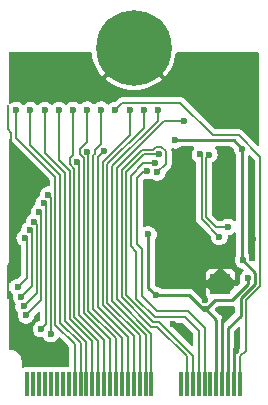
<source format=gbl>
%TF.GenerationSoftware,KiCad,Pcbnew,6.0.11-3.fc37*%
%TF.CreationDate,2023-03-29T00:48:19+01:00*%
%TF.ProjectId,nRF,6e52462e-6b69-4636-9164-5f7063625858,1*%
%TF.SameCoordinates,Original*%
%TF.FileFunction,Copper,L2,Bot*%
%TF.FilePolarity,Positive*%
%FSLAX46Y46*%
G04 Gerber Fmt 4.6, Leading zero omitted, Abs format (unit mm)*
G04 Created by KiCad (PCBNEW 6.0.11-3.fc37) date 2023-03-29 00:48:19*
%MOMM*%
%LPD*%
G01*
G04 APERTURE LIST*
%TA.AperFunction,ComponentPad*%
%ADD10C,0.800000*%
%TD*%
%TA.AperFunction,ComponentPad*%
%ADD11C,6.400000*%
%TD*%
%TA.AperFunction,SMDPad,CuDef*%
%ADD12R,0.350000X2.000000*%
%TD*%
%TA.AperFunction,ComponentPad*%
%ADD13C,0.500000*%
%TD*%
%TA.AperFunction,SMDPad,CuDef*%
%ADD14R,1.680000X1.680000*%
%TD*%
%TA.AperFunction,ViaPad*%
%ADD15C,0.600000*%
%TD*%
%TA.AperFunction,Conductor*%
%ADD16C,0.250000*%
%TD*%
%TA.AperFunction,Conductor*%
%ADD17C,0.200000*%
%TD*%
G04 APERTURE END LIST*
D10*
%TO.P,H1,1,1*%
%TO.N,GND*%
X33077944Y-20722056D03*
X37175000Y-19025000D03*
X34775000Y-16625000D03*
X33077944Y-17327944D03*
X32375000Y-19025000D03*
X36472056Y-17327944D03*
D11*
X34775000Y-19025000D03*
D10*
X36472056Y-20722056D03*
X34775000Y-21425000D03*
%TD*%
D12*
%TO.P,M1,2,RESET1*%
%TO.N,reset*%
X43775000Y-47475000D03*
%TO.P,M1,4,RESET2*%
%TO.N,GND*%
X43275000Y-47475000D03*
%TO.P,M1,6,VIN*%
%TO.N,+5V*%
X42775000Y-47475000D03*
%TO.P,M1,8,GND*%
%TO.N,GND*%
X42275000Y-47475000D03*
%TO.P,M1,10,VOUT*%
%TO.N,vddh*%
X41775000Y-47475000D03*
%TO.P,M1,12,NC*%
%TO.N,unconnected-(M1-Pad12)*%
X41275000Y-47475000D03*
%TO.P,M1,14,D+*%
%TO.N,USB-D+*%
X40775000Y-47475000D03*
%TO.P,M1,16,D-*%
%TO.N,USB-D-*%
X40275000Y-47475000D03*
%TO.P,M1,18,DEBUG1*%
%TO.N,swdio*%
X39775000Y-47475000D03*
%TO.P,M1,20,DEBUG2*%
%TO.N,swdclk*%
X39275000Y-47475000D03*
%TO.P,M1,22,DEBUG3*%
%TO.N,unconnected-(M1-Pad22)*%
X38775000Y-47475000D03*
%TO.P,M1,32,P0*%
%TO.N,P17*%
X36275000Y-47475000D03*
%TO.P,M1,34,P1*%
%TO.N,P18*%
X35775000Y-47475000D03*
%TO.P,M1,36,P2*%
%TO.N,P19*%
X35275000Y-47475000D03*
%TO.P,M1,38,P3*%
%TO.N,P20*%
X34775000Y-47475000D03*
%TO.P,M1,40,P4*%
%TO.N,P37*%
X34275000Y-47475000D03*
%TO.P,M1,42,P5*%
%TO.N,P21*%
X33775000Y-47475000D03*
%TO.P,M1,44,P6*%
%TO.N,P38*%
X33275000Y-47475000D03*
%TO.P,M1,46,P7*%
%TO.N,P22*%
X32775000Y-47475000D03*
%TO.P,M1,48,P8*%
%TO.N,P39*%
X32275000Y-47475000D03*
%TO.P,M1,50,P9*%
%TO.N,P23*%
X31775000Y-47475000D03*
%TO.P,M1,52,P10*%
%TO.N,P24*%
X31275000Y-47475000D03*
%TO.P,M1,54,P11*%
%TO.N,P25*%
X30775000Y-47475000D03*
%TO.P,M1,56,P12*%
%TO.N,P26*%
X30275000Y-47475000D03*
%TO.P,M1,58,P13*%
%TO.N,P27*%
X29775000Y-47475000D03*
%TO.P,M1,60,NC*%
%TO.N,unconnected-(M1-Pad60)*%
X29275000Y-47475000D03*
%TO.P,M1,62,NC*%
%TO.N,unconnected-(M1-Pad62)*%
X28775000Y-47475000D03*
%TO.P,M1,64,NC*%
%TO.N,unconnected-(M1-Pad64)*%
X28275000Y-47475000D03*
%TO.P,M1,66,NC*%
%TO.N,unconnected-(M1-Pad66)*%
X27775000Y-47475000D03*
%TO.P,M1,68,NC*%
%TO.N,unconnected-(M1-Pad68)*%
X27275000Y-47475000D03*
%TO.P,M1,70,NC*%
%TO.N,unconnected-(M1-Pad70)*%
X26775000Y-47475000D03*
%TO.P,M1,72,NC*%
%TO.N,unconnected-(M1-Pad72)*%
X26275000Y-47475000D03*
%TO.P,M1,74,NC*%
%TO.N,unconnected-(M1-Pad74)*%
X25775000Y-47475000D03*
%TD*%
D13*
%TO.P,U2,17,TH*%
%TO.N,GND*%
X42705000Y-38435000D03*
X42705000Y-39615000D03*
X41525000Y-39615000D03*
D14*
X42115000Y-39025000D03*
D13*
X41525000Y-38435000D03*
%TD*%
D15*
%TO.N,+5V*%
X38250000Y-26875000D03*
X43950000Y-27600000D03*
X44025000Y-37050000D03*
%TO.N,vddh*%
X36025000Y-34850000D03*
X40857164Y-41180313D03*
X44455000Y-38565000D03*
X36625000Y-39975000D03*
%TO.N,GND*%
X30300000Y-23125000D03*
X44798776Y-36848818D03*
X24295000Y-40065000D03*
X44475000Y-25025000D03*
X24525000Y-27655000D03*
X38075000Y-42454500D03*
X37675000Y-30985000D03*
X40425000Y-34675000D03*
X44745000Y-29455000D03*
X42225000Y-19950000D03*
X40785051Y-40369248D03*
X39500000Y-43700000D03*
X40200000Y-23975000D03*
X44865000Y-35195000D03*
X37650000Y-35350000D03*
X42645000Y-31475000D03*
X43130980Y-41183061D03*
X43406089Y-44706089D03*
%TO.N,reset*%
X33225000Y-24325000D03*
%TO.N,USB-D+*%
X35926801Y-29463199D03*
%TO.N,USB-D-*%
X36563199Y-28826801D03*
%TO.N,swdio*%
X36875500Y-28061659D03*
%TO.N,swdclk*%
X36775000Y-29605000D03*
%TO.N,TMR*%
X42745498Y-34205000D03*
X41174430Y-28085803D03*
%TO.N,ITERM*%
X42035000Y-35045000D03*
X40375000Y-28075000D03*
%TO.N,P17*%
X39075000Y-25275000D03*
%TO.N,P18*%
X36825000Y-24325000D03*
%TO.N,P19*%
X35625000Y-24325000D03*
%TO.N,P20*%
X34450000Y-24325000D03*
%TO.N,P21*%
X32025000Y-24275000D03*
%TO.N,P22*%
X30825000Y-24275000D03*
%TO.N,P23*%
X29625000Y-24300000D03*
%TO.N,P24*%
X28425000Y-24325000D03*
%TO.N,P25*%
X27225000Y-24325000D03*
%TO.N,P26*%
X26025000Y-24325000D03*
%TO.N,P27*%
X24825000Y-24325000D03*
%TO.N,P28*%
X25552622Y-35162186D03*
X24951089Y-39298911D03*
%TO.N,P29*%
X25952142Y-34461205D03*
X25232721Y-40145549D03*
%TO.N,P30*%
X26351673Y-33760144D03*
X25452694Y-40930528D03*
%TO.N,P31*%
X26751193Y-32960648D03*
X25658514Y-41703084D03*
%TO.N,P37*%
X32289521Y-27764521D03*
%TO.N,P38*%
X30833549Y-27831834D03*
%TO.N,P39*%
X29947336Y-28677965D03*
%TO.N,P42*%
X27550221Y-31475000D03*
X27750000Y-43270660D03*
%TO.N,P43*%
X27150701Y-32217093D03*
X26926252Y-42871139D03*
%TD*%
D16*
%TO.N,+5V*%
X45079511Y-39025229D02*
X45079511Y-38104511D01*
X43950000Y-36975000D02*
X44025000Y-37050000D01*
X43835000Y-40269740D02*
X45079511Y-39025229D01*
X43950000Y-27600000D02*
X43225000Y-26875000D01*
X43225000Y-26875000D02*
X38250000Y-26875000D01*
X43835000Y-41715000D02*
X43835000Y-40269740D01*
X45079511Y-38104511D02*
X44025000Y-37050000D01*
X43950000Y-27600000D02*
X43950000Y-36975000D01*
X42775000Y-47475000D02*
X42775000Y-42775000D01*
X42775000Y-42775000D02*
X43835000Y-41715000D01*
%TO.N,vddh*%
X36625000Y-39975000D02*
X36025000Y-39375000D01*
X41637477Y-40400000D02*
X40857164Y-41180313D01*
X39475000Y-39975000D02*
X40680313Y-41180313D01*
X40680313Y-41180313D02*
X40857164Y-41180313D01*
X36625000Y-39975000D02*
X39475000Y-39975000D01*
X41775000Y-47475000D02*
X41775000Y-42098149D01*
X41775000Y-42098149D02*
X40857164Y-41180313D01*
X44455000Y-39014022D02*
X43069022Y-40400000D01*
X44455000Y-38565000D02*
X44455000Y-39014022D01*
X43069022Y-40400000D02*
X41637477Y-40400000D01*
X36025000Y-39375000D02*
X36025000Y-34850000D01*
D17*
%TO.N,GND*%
X24295000Y-40065000D02*
X24125489Y-39895489D01*
X24125489Y-37474511D02*
X24345000Y-37255000D01*
X24425480Y-27555480D02*
X24525000Y-27655000D01*
D16*
X38254500Y-42454500D02*
X38075000Y-42454500D01*
D17*
X24125489Y-39895489D02*
X24125489Y-37474511D01*
D16*
X42275000Y-47475000D02*
X42275000Y-42039041D01*
D17*
X24425480Y-26250480D02*
X24425480Y-27555480D01*
D16*
X43275000Y-47475000D02*
X43275000Y-44765000D01*
D17*
X24125000Y-25950000D02*
X24425480Y-26250480D01*
D16*
X42275000Y-42039041D02*
X43130980Y-41183061D01*
X39500000Y-43700000D02*
X38254500Y-42454500D01*
D17*
X24125000Y-23855000D02*
X24125000Y-25950000D01*
%TO.N,reset*%
X44265000Y-44695000D02*
X44265000Y-40440102D01*
X41460480Y-26450480D02*
X43648318Y-26450480D01*
X44265000Y-40440102D02*
X45505000Y-39200102D01*
X43775000Y-45185000D02*
X44265000Y-44695000D01*
X43775000Y-47475000D02*
X43775000Y-45185000D01*
X38735489Y-23725489D02*
X41460480Y-26450480D01*
X33824511Y-23725489D02*
X38735489Y-23725489D01*
X33225000Y-24325000D02*
X33824511Y-23725489D01*
X43648318Y-26450480D02*
X45505000Y-28307162D01*
X45505000Y-28307162D02*
X45505000Y-39200102D01*
%TO.N,USB-D+*%
X35042031Y-35643689D02*
X35042031Y-30068898D01*
X35042031Y-30068898D02*
X35647730Y-29463199D01*
X40775000Y-42781446D02*
X39348554Y-41355000D01*
X40775000Y-47475000D02*
X40775000Y-42781446D01*
X36772156Y-41354974D02*
X35495989Y-40078807D01*
X39348554Y-41355000D02*
X36772156Y-41355000D01*
X35495989Y-40078807D02*
X35495989Y-36097647D01*
X35647730Y-29463199D02*
X35926801Y-29463199D01*
X36772156Y-41355000D02*
X36772156Y-41354974D01*
X35495989Y-36097647D02*
X35042031Y-35643689D01*
%TO.N,USB-D-*%
X34995989Y-36304755D02*
X34542031Y-35850797D01*
X34542031Y-35850797D02*
X34542031Y-29861790D01*
X34542031Y-29861790D02*
X35577020Y-28826801D01*
X40275000Y-42988554D02*
X39141446Y-41855000D01*
X40275000Y-47475000D02*
X40275000Y-42988554D01*
X35577020Y-28826801D02*
X36563199Y-28826801D01*
X36565074Y-41855000D02*
X34995989Y-40285915D01*
X39141446Y-41855000D02*
X36565074Y-41855000D01*
X34995989Y-40285915D02*
X34995989Y-36304755D01*
%TO.N,swdio*%
X39775000Y-47475000D02*
X39775000Y-45115000D01*
X36914519Y-42254519D02*
X36394795Y-42254519D01*
X35665235Y-28061659D02*
X36875500Y-28061659D01*
X36394795Y-42254519D02*
X34142512Y-40002236D01*
X39775000Y-45115000D02*
X36914519Y-42254519D01*
X34142511Y-40002236D02*
X34142512Y-29584383D01*
X34142511Y-29584383D02*
X35665235Y-28061659D01*
%TO.N,swdclk*%
X35499749Y-27662139D02*
X36427182Y-27662139D01*
X37475000Y-28905000D02*
X36775000Y-29605000D01*
X37123827Y-27462148D02*
X37475000Y-27813321D01*
X36427182Y-27662139D02*
X36627173Y-27462148D01*
X33742992Y-29418896D02*
X35499749Y-27662139D01*
X36749032Y-42654038D02*
X36229309Y-42654039D01*
X33742992Y-40167722D02*
X33742992Y-29418896D01*
X36627173Y-27462148D02*
X37123827Y-27462148D01*
X37475000Y-27813321D02*
X37475000Y-28905000D01*
X39275000Y-46475000D02*
X39275000Y-45180006D01*
X36229309Y-42654039D02*
X33742992Y-40167722D01*
X39275000Y-45180006D02*
X36749032Y-42654038D01*
%TO.N,TMR*%
X41760006Y-34205000D02*
X40914520Y-33359514D01*
X42745498Y-34205000D02*
X41760006Y-34205000D01*
X40914520Y-33359514D02*
X40914520Y-28345713D01*
X40914520Y-28345713D02*
X41174430Y-28085803D01*
%TO.N,ITERM*%
X40515000Y-33525000D02*
X40515000Y-28215000D01*
X42035000Y-35045000D02*
X40515000Y-33525000D01*
X40515000Y-28215000D02*
X40375000Y-28075000D01*
%TO.N,P17*%
X33343472Y-29253410D02*
X37321882Y-25275000D01*
X36275000Y-43264736D02*
X33343472Y-40333208D01*
X36275000Y-46475000D02*
X36275000Y-43264736D01*
X37321882Y-25275000D02*
X39075000Y-25275000D01*
X33343472Y-40333208D02*
X33343472Y-29253410D01*
%TO.N,P18*%
X35775000Y-43329742D02*
X35775000Y-46475000D01*
X32943952Y-40498694D02*
X35775000Y-43329742D01*
X36825000Y-25206876D02*
X32943952Y-29087924D01*
X36825000Y-24325000D02*
X36825000Y-25206876D01*
X32943952Y-29087924D02*
X32943953Y-40498694D01*
%TO.N,P19*%
X35625000Y-24325000D02*
X35625000Y-25841870D01*
X32544432Y-40664180D02*
X35275000Y-43394748D01*
X32544432Y-28922439D02*
X32544433Y-40664180D01*
X35275000Y-43394748D02*
X35275000Y-46475000D01*
X35625000Y-25841870D02*
X32544432Y-28922439D01*
%TO.N,P20*%
X34775000Y-46475000D02*
X34775000Y-43459754D01*
X34775000Y-43459754D02*
X32144914Y-40829668D01*
X34450000Y-26451864D02*
X34450000Y-24325000D01*
X32144914Y-28756950D02*
X34450000Y-26451864D01*
X32144914Y-40829668D02*
X32144914Y-28756950D01*
%TO.N,P21*%
X31345876Y-28143160D02*
X31345876Y-41160642D01*
X31465010Y-28024026D02*
X31345876Y-28143160D01*
X32025000Y-27175000D02*
X32028102Y-27178102D01*
X33775000Y-43589766D02*
X33775000Y-46475000D01*
X32028102Y-27178102D02*
X31465010Y-27741194D01*
X31345876Y-41160642D02*
X33775000Y-43589766D01*
X32025000Y-24275000D02*
X32025000Y-27175000D01*
X31465010Y-27741194D02*
X31465010Y-28024026D01*
%TO.N,P22*%
X30546836Y-28392959D02*
X30546836Y-41491614D01*
X30234038Y-28080161D02*
X30546836Y-28392959D01*
X30825000Y-24275000D02*
X30825000Y-26992545D01*
X30234038Y-27583507D02*
X30234038Y-28080161D01*
X32775000Y-43719778D02*
X32775000Y-46475000D01*
X30825000Y-26992545D02*
X30234038Y-27583507D01*
X30546836Y-41491614D02*
X32775000Y-43719778D01*
%TO.N,P23*%
X29625000Y-28125000D02*
X29347825Y-28402175D01*
X29747799Y-41822589D02*
X31775000Y-43849790D01*
X31775000Y-43849790D02*
X31775000Y-46475000D01*
X29625000Y-24300000D02*
X29625000Y-28125000D01*
X29347825Y-28402175D02*
X29347825Y-28926292D01*
X29747799Y-29326266D02*
X29747799Y-41822589D01*
X29347825Y-28926292D02*
X29747799Y-29326266D01*
%TO.N,P24*%
X31275000Y-43914796D02*
X31275000Y-46475000D01*
X28425000Y-28568473D02*
X29348279Y-29491752D01*
X28425000Y-24325000D02*
X28425000Y-28568473D01*
X29348279Y-29491752D02*
X29348279Y-41988075D01*
X29348279Y-41988075D02*
X31275000Y-43914796D01*
%TO.N,P25*%
X27225000Y-24325000D02*
X27225000Y-27933478D01*
X27225000Y-27933478D02*
X28948760Y-29657239D01*
X30775000Y-43979802D02*
X28948760Y-42153562D01*
X30775000Y-46475000D02*
X30775000Y-43979802D01*
X28948760Y-42153562D02*
X28948760Y-29657239D01*
%TO.N,P26*%
X26025000Y-27298484D02*
X26025000Y-24325000D01*
X30275000Y-46475000D02*
X30275000Y-44044808D01*
X28549241Y-29822725D02*
X26025000Y-27298484D01*
X30275000Y-44044808D02*
X28549240Y-42319048D01*
X28549240Y-42319048D02*
X28549241Y-29822725D01*
%TO.N,P27*%
X28149721Y-42484535D02*
X28149721Y-29988211D01*
X29775000Y-46475000D02*
X29775000Y-44109814D01*
X28149721Y-29988211D02*
X24825000Y-26663490D01*
X29775000Y-44109814D02*
X28149721Y-42484535D01*
X24825000Y-26663490D02*
X24825000Y-24325000D01*
%TO.N,P28*%
X25752602Y-38497398D02*
X25752602Y-35362166D01*
X25752602Y-35362166D02*
X25552622Y-35162186D01*
X24951089Y-39298911D02*
X25752602Y-38497398D01*
%TO.N,P29*%
X26152122Y-39226148D02*
X26152122Y-34661185D01*
X26152122Y-34661185D02*
X25952142Y-34461205D01*
X25232721Y-40145549D02*
X26152122Y-39226148D01*
%TO.N,P30*%
X26551642Y-39831580D02*
X26551642Y-33960113D01*
X26551642Y-33960113D02*
X26351673Y-33760144D01*
X25452694Y-40930528D02*
X26551642Y-39831580D01*
%TO.N,P31*%
X25658514Y-41703084D02*
X26951162Y-40410436D01*
X26951162Y-39199853D02*
X26951173Y-39199842D01*
X26951162Y-40410436D02*
X26951162Y-39199853D01*
X26951173Y-33160628D02*
X26751193Y-32960648D01*
X26951173Y-39199842D02*
X26951173Y-33160628D01*
%TO.N,P37*%
X31745394Y-40995154D02*
X34275000Y-43524760D01*
X34275000Y-43524760D02*
X34275000Y-46475000D01*
X32289521Y-27764521D02*
X31745394Y-28308648D01*
X31745394Y-28308648D02*
X31745394Y-40995154D01*
%TO.N,P38*%
X30946356Y-41326128D02*
X33275000Y-43654772D01*
X30833549Y-27831834D02*
X30946356Y-27944641D01*
X30946356Y-27944641D02*
X30946356Y-41326128D01*
X33275000Y-43654772D02*
X33275000Y-46475000D01*
%TO.N,P39*%
X30147319Y-41657103D02*
X32275000Y-43784784D01*
X30147318Y-28877947D02*
X30147319Y-41657103D01*
X29947336Y-28677965D02*
X30147318Y-28877947D01*
X32275000Y-43784784D02*
X32275000Y-46475000D01*
%TO.N,P42*%
X27750000Y-42612397D02*
X27750201Y-42612196D01*
X27750000Y-43270660D02*
X27750000Y-42612397D01*
X27750201Y-42612196D02*
X27750201Y-31674980D01*
X27750201Y-31674980D02*
X27550221Y-31475000D01*
%TO.N,P43*%
X26926252Y-42871139D02*
X27350693Y-42446698D01*
X27350693Y-32417085D02*
X27150701Y-32217093D01*
X27350693Y-42446698D02*
X27350693Y-32417085D01*
%TD*%
%TA.AperFunction,Conductor*%
%TO.N,GND*%
G36*
X24356671Y-39670335D02*
G01*
X24416919Y-39759994D01*
X24524724Y-39858089D01*
X24555038Y-39911235D01*
X24551092Y-39958259D01*
X24552897Y-39958722D01*
X24551413Y-39964502D01*
X24549245Y-39970062D01*
X24548466Y-39975977D01*
X24548466Y-39975978D01*
X24547614Y-39982449D01*
X24527115Y-40138160D01*
X24527770Y-40144093D01*
X24527770Y-40144097D01*
X24544430Y-40295001D01*
X24545720Y-40306684D01*
X24603987Y-40465905D01*
X24607312Y-40470854D01*
X24607313Y-40470855D01*
X24613154Y-40479547D01*
X24698551Y-40606632D01*
X24702966Y-40610649D01*
X24743239Y-40647295D01*
X24773554Y-40700442D01*
X24772501Y-40745137D01*
X24771386Y-40749482D01*
X24769218Y-40755041D01*
X24747088Y-40923139D01*
X24747743Y-40929072D01*
X24747743Y-40929076D01*
X24765038Y-41085732D01*
X24765693Y-41091663D01*
X24823960Y-41250884D01*
X24918524Y-41391611D01*
X24949155Y-41419484D01*
X24979469Y-41472629D01*
X24978416Y-41517326D01*
X24977207Y-41522033D01*
X24975038Y-41527597D01*
X24974259Y-41533514D01*
X24974258Y-41533518D01*
X24963973Y-41611646D01*
X24952908Y-41695695D01*
X24953563Y-41701628D01*
X24953563Y-41701632D01*
X24965609Y-41810742D01*
X24971513Y-41864219D01*
X25029780Y-42023440D01*
X25033105Y-42028389D01*
X25033106Y-42028390D01*
X25075120Y-42090913D01*
X25124344Y-42164167D01*
X25249747Y-42278275D01*
X25398749Y-42359176D01*
X25433703Y-42368346D01*
X25556978Y-42400687D01*
X25556982Y-42400688D01*
X25562747Y-42402200D01*
X25568708Y-42402294D01*
X25568711Y-42402294D01*
X25647510Y-42403531D01*
X25732274Y-42404863D01*
X25738089Y-42403531D01*
X25738091Y-42403531D01*
X25891720Y-42368346D01*
X25891723Y-42368345D01*
X25897543Y-42367012D01*
X25913124Y-42359176D01*
X26043679Y-42293513D01*
X26049012Y-42290831D01*
X26053549Y-42286956D01*
X26053552Y-42286954D01*
X26173402Y-42184592D01*
X26173405Y-42184589D01*
X26177937Y-42180718D01*
X26185498Y-42170196D01*
X26273391Y-42047880D01*
X26273392Y-42047878D01*
X26276875Y-42043031D01*
X26291431Y-42006824D01*
X26337891Y-41891251D01*
X26337892Y-41891249D01*
X26340115Y-41885718D01*
X26341010Y-41879429D01*
X26361417Y-41736042D01*
X26389425Y-41679987D01*
X26681189Y-41388223D01*
X26735706Y-41360446D01*
X26796138Y-41370017D01*
X26839403Y-41413282D01*
X26850193Y-41458227D01*
X26850193Y-42090913D01*
X26831286Y-42149104D01*
X26781786Y-42185068D01*
X26774305Y-42187177D01*
X26686094Y-42208355D01*
X26686086Y-42208358D01*
X26680284Y-42209751D01*
X26604953Y-42248632D01*
X26534927Y-42284775D01*
X26534925Y-42284777D01*
X26529621Y-42287514D01*
X26401856Y-42398970D01*
X26398425Y-42403852D01*
X26398424Y-42403853D01*
X26307796Y-42532804D01*
X26304365Y-42537686D01*
X26242776Y-42695652D01*
X26220646Y-42863750D01*
X26221301Y-42869683D01*
X26221301Y-42869687D01*
X26238596Y-43026343D01*
X26239251Y-43032274D01*
X26297518Y-43191495D01*
X26300843Y-43196444D01*
X26300844Y-43196445D01*
X26343390Y-43259761D01*
X26392082Y-43332222D01*
X26517485Y-43446330D01*
X26666487Y-43527231D01*
X26689137Y-43533173D01*
X26824716Y-43568742D01*
X26824720Y-43568743D01*
X26830485Y-43570255D01*
X26836446Y-43570349D01*
X26836449Y-43570349D01*
X26915217Y-43571586D01*
X27000012Y-43572918D01*
X27028231Y-43566455D01*
X27089173Y-43571894D01*
X27132503Y-43607739D01*
X27137689Y-43615456D01*
X27215830Y-43731743D01*
X27341233Y-43845851D01*
X27490235Y-43926752D01*
X27525189Y-43935922D01*
X27648464Y-43968263D01*
X27648468Y-43968264D01*
X27654233Y-43969776D01*
X27660194Y-43969870D01*
X27660197Y-43969870D01*
X27738965Y-43971107D01*
X27823760Y-43972439D01*
X27829575Y-43971107D01*
X27829577Y-43971107D01*
X27983206Y-43935922D01*
X27983209Y-43935921D01*
X27989029Y-43934588D01*
X28004610Y-43926752D01*
X28135165Y-43861089D01*
X28140498Y-43858407D01*
X28145035Y-43854532D01*
X28145038Y-43854530D01*
X28264888Y-43752168D01*
X28264891Y-43752165D01*
X28269423Y-43748294D01*
X28284875Y-43726790D01*
X28364877Y-43615456D01*
X28364878Y-43615454D01*
X28368361Y-43610607D01*
X28370587Y-43605069D01*
X28373463Y-43599838D01*
X28375143Y-43600762D01*
X28408953Y-43560328D01*
X28468296Y-43545424D01*
X28525065Y-43568248D01*
X28531563Y-43574191D01*
X29245504Y-44288132D01*
X29273281Y-44342649D01*
X29274500Y-44358136D01*
X29274500Y-45975501D01*
X29255593Y-46033692D01*
X29206093Y-46069656D01*
X29175500Y-46074501D01*
X29068482Y-46074501D01*
X29059918Y-46075857D01*
X29040488Y-46078934D01*
X29009517Y-46078934D01*
X28985368Y-46075109D01*
X28985360Y-46075108D01*
X28981519Y-46074500D01*
X28775027Y-46074500D01*
X28568482Y-46074501D01*
X28559918Y-46075857D01*
X28540488Y-46078934D01*
X28509517Y-46078934D01*
X28485368Y-46075109D01*
X28485360Y-46075108D01*
X28481519Y-46074500D01*
X28275027Y-46074500D01*
X28068482Y-46074501D01*
X28059918Y-46075857D01*
X28040488Y-46078934D01*
X28009517Y-46078934D01*
X27985368Y-46075109D01*
X27985360Y-46075108D01*
X27981519Y-46074500D01*
X27775027Y-46074500D01*
X27568482Y-46074501D01*
X27559918Y-46075857D01*
X27540488Y-46078934D01*
X27509517Y-46078934D01*
X27485368Y-46075109D01*
X27485360Y-46075108D01*
X27481519Y-46074500D01*
X27275027Y-46074500D01*
X27068482Y-46074501D01*
X27059918Y-46075857D01*
X27040488Y-46078934D01*
X27009517Y-46078934D01*
X26985368Y-46075109D01*
X26985360Y-46075108D01*
X26981519Y-46074500D01*
X26775027Y-46074500D01*
X26568482Y-46074501D01*
X26559918Y-46075857D01*
X26540488Y-46078934D01*
X26509517Y-46078934D01*
X26485368Y-46075109D01*
X26485360Y-46075108D01*
X26481519Y-46074500D01*
X26275027Y-46074500D01*
X26068482Y-46074501D01*
X26059918Y-46075857D01*
X26040488Y-46078934D01*
X26009517Y-46078934D01*
X25985368Y-46075109D01*
X25985360Y-46075108D01*
X25981519Y-46074500D01*
X25775027Y-46074500D01*
X25568482Y-46074501D01*
X25564639Y-46075110D01*
X25564634Y-46075110D01*
X25527783Y-46080947D01*
X25474696Y-46089354D01*
X25419445Y-46117506D01*
X25359013Y-46127077D01*
X25304497Y-46099300D01*
X25276719Y-46044783D01*
X25275500Y-46029296D01*
X25275500Y-45564309D01*
X25276719Y-45548822D01*
X25279273Y-45532695D01*
X25280492Y-45525000D01*
X25279274Y-45517308D01*
X25279274Y-45517303D01*
X25279268Y-45517267D01*
X25278526Y-45511485D01*
X25270336Y-45428328D01*
X25262470Y-45348471D01*
X25260042Y-45340467D01*
X25212392Y-45183382D01*
X25212390Y-45183376D01*
X25210979Y-45178726D01*
X25127361Y-45022288D01*
X25123745Y-45017881D01*
X25017920Y-44888933D01*
X25014831Y-44885169D01*
X24912134Y-44800888D01*
X24881469Y-44775722D01*
X24881467Y-44775721D01*
X24877712Y-44772639D01*
X24784500Y-44722816D01*
X24725566Y-44691315D01*
X24725565Y-44691315D01*
X24721274Y-44689021D01*
X24716624Y-44687610D01*
X24716618Y-44687608D01*
X24556185Y-44638942D01*
X24556181Y-44638941D01*
X24551529Y-44637530D01*
X24388509Y-44621473D01*
X24382733Y-44620732D01*
X24382697Y-44620726D01*
X24382692Y-44620726D01*
X24375000Y-44619508D01*
X24351178Y-44623281D01*
X24335691Y-44624500D01*
X24274500Y-44624500D01*
X24216309Y-44605593D01*
X24180345Y-44556093D01*
X24175500Y-44525500D01*
X24175500Y-39725552D01*
X24194407Y-39667361D01*
X24243907Y-39631397D01*
X24305093Y-39631397D01*
X24356671Y-39670335D01*
G37*
%TD.AperFunction*%
%TA.AperFunction,Conductor*%
G36*
X43710445Y-42679467D02*
G01*
X43753710Y-42722732D01*
X43764500Y-42767677D01*
X43764500Y-44446678D01*
X43745593Y-44504869D01*
X43735504Y-44516682D01*
X43469504Y-44782682D01*
X43414987Y-44810459D01*
X43354555Y-44800888D01*
X43311290Y-44757623D01*
X43300500Y-44712678D01*
X43300500Y-43033676D01*
X43319407Y-42975485D01*
X43329497Y-42963672D01*
X43595497Y-42697673D01*
X43650013Y-42669896D01*
X43710445Y-42679467D01*
G37*
%TD.AperFunction*%
%TA.AperFunction,Conductor*%
G36*
X38951315Y-42374407D02*
G01*
X38963128Y-42384496D01*
X39745504Y-43166872D01*
X39773281Y-43221389D01*
X39774500Y-43236876D01*
X39774500Y-44167678D01*
X39755593Y-44225869D01*
X39706093Y-44261833D01*
X39644907Y-44261833D01*
X39605496Y-44237682D01*
X37892318Y-42524504D01*
X37864541Y-42469987D01*
X37874112Y-42409555D01*
X37917377Y-42366290D01*
X37962322Y-42355500D01*
X38893124Y-42355500D01*
X38951315Y-42374407D01*
G37*
%TD.AperFunction*%
%TA.AperFunction,Conductor*%
G36*
X43257281Y-40923735D02*
G01*
X43299631Y-40967895D01*
X43309500Y-41010985D01*
X43309500Y-41456323D01*
X43290593Y-41514514D01*
X43280504Y-41526327D01*
X42469504Y-42337327D01*
X42414987Y-42365104D01*
X42354555Y-42355533D01*
X42311290Y-42312268D01*
X42300500Y-42267323D01*
X42300500Y-42112026D01*
X42300587Y-42107880D01*
X42302804Y-42054978D01*
X42303087Y-42048230D01*
X42293373Y-42006811D01*
X42291675Y-41997653D01*
X42286817Y-41962188D01*
X42286817Y-41962187D01*
X42285901Y-41955503D01*
X42279444Y-41940582D01*
X42273921Y-41923884D01*
X42270209Y-41908056D01*
X42249713Y-41870774D01*
X42245618Y-41862415D01*
X42231402Y-41829562D01*
X42231399Y-41829558D01*
X42228720Y-41823366D01*
X42224473Y-41818122D01*
X42224471Y-41818118D01*
X42218497Y-41810742D01*
X42208676Y-41796127D01*
X42203348Y-41786434D01*
X42203344Y-41786429D01*
X42200847Y-41781886D01*
X42194164Y-41774144D01*
X42169950Y-41749930D01*
X42163023Y-41742237D01*
X42138112Y-41711474D01*
X42132607Y-41707562D01*
X42132605Y-41707560D01*
X42122018Y-41700036D01*
X42109362Y-41689342D01*
X41670337Y-41250317D01*
X41642560Y-41195800D01*
X41652131Y-41135368D01*
X41670337Y-41110309D01*
X41826150Y-40954496D01*
X41880667Y-40926719D01*
X41896154Y-40925500D01*
X43055145Y-40925500D01*
X43059291Y-40925587D01*
X43118941Y-40928087D01*
X43125513Y-40926546D01*
X43125519Y-40926545D01*
X43160355Y-40918374D01*
X43169523Y-40916674D01*
X43197064Y-40912901D01*
X43257281Y-40923735D01*
G37*
%TD.AperFunction*%
%TA.AperFunction,Conductor*%
G36*
X39876647Y-27419407D02*
G01*
X39912611Y-27468907D01*
X39912611Y-27530093D01*
X39883536Y-27574102D01*
X39850604Y-27602831D01*
X39847173Y-27607713D01*
X39847172Y-27607714D01*
X39763924Y-27726164D01*
X39753113Y-27741547D01*
X39739142Y-27777381D01*
X39703255Y-27869426D01*
X39691524Y-27899513D01*
X39690745Y-27905428D01*
X39690745Y-27905429D01*
X39688379Y-27923405D01*
X39669394Y-28067611D01*
X39670049Y-28073544D01*
X39670049Y-28073548D01*
X39675644Y-28124226D01*
X39687999Y-28236135D01*
X39746266Y-28395356D01*
X39840830Y-28536083D01*
X39966233Y-28650191D01*
X39971474Y-28653037D01*
X39972852Y-28654016D01*
X40009330Y-28703138D01*
X40014500Y-28734711D01*
X40014500Y-33457834D01*
X40013081Y-33470535D01*
X40013103Y-33470537D01*
X40012537Y-33477569D01*
X40010981Y-33484447D01*
X40014155Y-33535607D01*
X40014310Y-33538102D01*
X40014500Y-33544233D01*
X40014500Y-33560940D01*
X40014999Y-33564427D01*
X40015000Y-33564435D01*
X40016101Y-33572121D01*
X40016911Y-33580024D01*
X40019307Y-33618636D01*
X40019859Y-33627538D01*
X40022252Y-33634167D01*
X40022253Y-33634171D01*
X40023342Y-33637187D01*
X40028223Y-33656763D01*
X40029677Y-33666918D01*
X40032596Y-33673337D01*
X40032597Y-33673342D01*
X40049381Y-33710257D01*
X40052377Y-33717615D01*
X40068540Y-33762387D01*
X40074592Y-33770672D01*
X40084768Y-33788086D01*
X40089016Y-33797428D01*
X40093621Y-33802772D01*
X40120093Y-33833495D01*
X40125033Y-33839716D01*
X40133522Y-33851336D01*
X40144986Y-33862800D01*
X40149981Y-33868181D01*
X40155721Y-33874842D01*
X40182600Y-33906037D01*
X40188520Y-33909874D01*
X40189811Y-33910711D01*
X40205968Y-33923782D01*
X41306002Y-35023816D01*
X41334400Y-35082956D01*
X41346748Y-35194800D01*
X41347999Y-35206135D01*
X41406266Y-35365356D01*
X41409591Y-35370305D01*
X41409592Y-35370306D01*
X41422689Y-35389796D01*
X41500830Y-35506083D01*
X41626233Y-35620191D01*
X41775235Y-35701092D01*
X41810189Y-35710262D01*
X41933464Y-35742603D01*
X41933468Y-35742604D01*
X41939233Y-35744116D01*
X41945194Y-35744210D01*
X41945197Y-35744210D01*
X42023965Y-35745447D01*
X42108760Y-35746779D01*
X42114575Y-35745447D01*
X42114577Y-35745447D01*
X42268206Y-35710262D01*
X42268209Y-35710261D01*
X42274029Y-35708928D01*
X42289610Y-35701092D01*
X42420165Y-35635429D01*
X42425498Y-35632747D01*
X42430035Y-35628872D01*
X42430038Y-35628870D01*
X42549888Y-35526508D01*
X42549891Y-35526505D01*
X42554423Y-35522634D01*
X42653361Y-35384947D01*
X42666985Y-35351058D01*
X42714377Y-35233167D01*
X42714378Y-35233165D01*
X42716601Y-35227634D01*
X42727810Y-35148876D01*
X42740034Y-35062985D01*
X42740034Y-35062979D01*
X42740490Y-35059778D01*
X42740645Y-35045000D01*
X42737111Y-35015800D01*
X42748890Y-34955761D01*
X42793710Y-34914110D01*
X42819316Y-34907032D01*
X42819258Y-34906779D01*
X42868511Y-34895499D01*
X42978704Y-34870262D01*
X42978707Y-34870261D01*
X42984527Y-34868928D01*
X42992779Y-34864778D01*
X43130663Y-34795429D01*
X43135996Y-34792747D01*
X43140537Y-34788869D01*
X43140541Y-34788866D01*
X43261205Y-34685809D01*
X43317732Y-34662394D01*
X43377227Y-34676678D01*
X43416964Y-34723203D01*
X43424500Y-34761089D01*
X43424500Y-36654807D01*
X43408354Y-36705862D01*
X43409365Y-36706404D01*
X43406545Y-36711664D01*
X43403113Y-36716547D01*
X43341524Y-36874513D01*
X43319394Y-37042611D01*
X43320049Y-37048544D01*
X43320049Y-37048548D01*
X43330309Y-37141479D01*
X43337999Y-37211135D01*
X43396266Y-37370356D01*
X43490830Y-37511083D01*
X43616233Y-37625191D01*
X43765235Y-37706092D01*
X43855465Y-37729763D01*
X43923465Y-37747603D01*
X43923467Y-37747603D01*
X43929233Y-37749116D01*
X43941674Y-37749311D01*
X43999561Y-37769128D01*
X44010126Y-37778295D01*
X44066452Y-37834621D01*
X44094229Y-37889138D01*
X44084658Y-37949570D01*
X44057498Y-37980377D01*
X44058369Y-37981375D01*
X43930604Y-38092831D01*
X43833113Y-38231547D01*
X43830945Y-38237108D01*
X43793511Y-38333121D01*
X43771524Y-38389513D01*
X43749394Y-38557611D01*
X43750049Y-38563544D01*
X43750049Y-38563548D01*
X43766499Y-38712547D01*
X43767999Y-38726135D01*
X43806604Y-38831625D01*
X43808362Y-38836430D01*
X43810605Y-38897574D01*
X43785396Y-38940457D01*
X43495797Y-39230056D01*
X43441280Y-39257833D01*
X43380848Y-39248262D01*
X43367602Y-39240145D01*
X43346757Y-39225000D01*
X43306487Y-39225000D01*
X43295652Y-39228521D01*
X43295652Y-39254435D01*
X43299371Y-39269923D01*
X43275959Y-39326451D01*
X43270680Y-39332163D01*
X42757339Y-39845504D01*
X42702822Y-39873281D01*
X42687335Y-39874500D01*
X42401665Y-39874500D01*
X42343474Y-39855593D01*
X42307510Y-39806093D01*
X42307510Y-39744907D01*
X42331661Y-39705496D01*
X42411071Y-39626086D01*
X42417125Y-39614203D01*
X42416329Y-39609172D01*
X42137073Y-39329916D01*
X42113602Y-39283851D01*
X42095959Y-39326451D01*
X42090680Y-39332163D01*
X41818929Y-39603914D01*
X41812875Y-39615797D01*
X41813671Y-39620828D01*
X41898339Y-39705496D01*
X41926116Y-39760013D01*
X41916545Y-39820445D01*
X41873280Y-39863710D01*
X41828335Y-39874500D01*
X41651345Y-39874500D01*
X41647199Y-39874413D01*
X41639779Y-39874102D01*
X41587558Y-39871913D01*
X41569528Y-39876142D01*
X41508561Y-39871023D01*
X41476919Y-39849762D01*
X40957073Y-39329916D01*
X40929296Y-39275399D01*
X40935783Y-39234439D01*
X40934823Y-39228380D01*
X41423121Y-39228380D01*
X41426125Y-39233282D01*
X41513914Y-39321071D01*
X41525797Y-39327125D01*
X41530828Y-39326329D01*
X41621071Y-39236086D01*
X41622330Y-39233615D01*
X42115652Y-39233615D01*
X42115652Y-39235264D01*
X42115783Y-39234439D01*
X42115652Y-39233615D01*
X41622330Y-39233615D01*
X41624997Y-39228380D01*
X42603121Y-39228380D01*
X42606125Y-39233282D01*
X42693914Y-39321071D01*
X42705797Y-39327125D01*
X42710828Y-39326329D01*
X42801071Y-39236086D01*
X42806035Y-39226343D01*
X42800439Y-39225000D01*
X42613523Y-39225000D01*
X42603121Y-39228380D01*
X41624997Y-39228380D01*
X41626035Y-39226343D01*
X41620439Y-39225000D01*
X41433523Y-39225000D01*
X41423121Y-39228380D01*
X40934823Y-39228380D01*
X40934654Y-39227314D01*
X40933877Y-39226537D01*
X40927475Y-39225000D01*
X40890681Y-39225000D01*
X40877996Y-39229122D01*
X40875001Y-39233243D01*
X40875001Y-39565658D01*
X40874154Y-39578580D01*
X40871042Y-39602221D01*
X40870917Y-39614080D01*
X40874403Y-39645651D01*
X40875001Y-39656515D01*
X40875001Y-39892585D01*
X40875611Y-39900329D01*
X40888616Y-39982449D01*
X40893373Y-39997091D01*
X40943823Y-40096106D01*
X40952865Y-40108551D01*
X40999307Y-40154993D01*
X41027084Y-40209510D01*
X41017513Y-40269942D01*
X40999307Y-40295001D01*
X40843616Y-40450692D01*
X40784993Y-40479032D01*
X40782027Y-40479375D01*
X40776059Y-40479344D01*
X40774567Y-40479702D01*
X40716279Y-40467950D01*
X40694872Y-40451703D01*
X39856399Y-39613230D01*
X39853529Y-39610237D01*
X39817684Y-39571256D01*
X39813116Y-39566288D01*
X39776965Y-39543873D01*
X39769279Y-39538591D01*
X39740770Y-39516951D01*
X39740769Y-39516951D01*
X39735396Y-39512872D01*
X39729125Y-39510389D01*
X39729123Y-39510388D01*
X39720283Y-39506888D01*
X39704558Y-39498979D01*
X39696486Y-39493974D01*
X39696484Y-39493973D01*
X39690750Y-39490418D01*
X39649903Y-39478550D01*
X39641082Y-39475530D01*
X39607806Y-39462356D01*
X39607803Y-39462355D01*
X39601528Y-39459871D01*
X39594815Y-39459165D01*
X39594809Y-39459164D01*
X39585365Y-39458171D01*
X39568096Y-39454783D01*
X39557471Y-39451696D01*
X39557465Y-39451695D01*
X39552488Y-39450249D01*
X39547318Y-39449869D01*
X39547316Y-39449869D01*
X39544089Y-39449632D01*
X39544082Y-39449632D01*
X39542288Y-39449500D01*
X39508046Y-39449500D01*
X39497700Y-39448958D01*
X39458338Y-39444821D01*
X39438869Y-39448114D01*
X39422359Y-39449500D01*
X37125967Y-39449500D01*
X37067776Y-39430593D01*
X37060109Y-39424417D01*
X37027721Y-39395560D01*
X36877881Y-39316224D01*
X36795661Y-39295572D01*
X36719231Y-39276373D01*
X36719228Y-39276373D01*
X36713441Y-39274919D01*
X36707475Y-39274888D01*
X36701549Y-39274139D01*
X36701738Y-39272641D01*
X36650455Y-39255676D01*
X36639067Y-39245898D01*
X36579496Y-39186327D01*
X36551719Y-39131810D01*
X36550500Y-39116323D01*
X36550500Y-38434080D01*
X40870917Y-38434080D01*
X40874402Y-38465644D01*
X40875000Y-38476507D01*
X40875000Y-38809320D01*
X40879122Y-38822005D01*
X40883243Y-38825000D01*
X40923513Y-38825000D01*
X40927646Y-38823657D01*
X41423965Y-38823657D01*
X41429561Y-38825000D01*
X41616477Y-38825000D01*
X41620610Y-38823657D01*
X42603965Y-38823657D01*
X42609561Y-38825000D01*
X42796477Y-38825000D01*
X42806879Y-38821620D01*
X42803875Y-38816718D01*
X42716086Y-38728929D01*
X42704203Y-38722875D01*
X42699172Y-38723671D01*
X42608929Y-38813914D01*
X42603965Y-38823657D01*
X41620610Y-38823657D01*
X41626879Y-38821620D01*
X41623875Y-38816718D01*
X41536086Y-38728929D01*
X41524203Y-38722875D01*
X41519172Y-38723671D01*
X41428929Y-38813914D01*
X41423965Y-38823657D01*
X40927646Y-38823657D01*
X40934348Y-38821479D01*
X40934348Y-38795565D01*
X40930629Y-38780077D01*
X40954041Y-38723549D01*
X40959320Y-38717837D01*
X41241360Y-38435797D01*
X41812875Y-38435797D01*
X41813671Y-38440828D01*
X41903914Y-38531071D01*
X41913657Y-38536035D01*
X41915000Y-38530439D01*
X41915000Y-38526477D01*
X42315000Y-38526477D01*
X42318380Y-38536879D01*
X42323282Y-38533875D01*
X42411071Y-38446086D01*
X42417125Y-38434203D01*
X42416329Y-38429172D01*
X42326086Y-38338929D01*
X42316343Y-38333965D01*
X42315000Y-38339561D01*
X42315000Y-38526477D01*
X41915000Y-38526477D01*
X41915000Y-38343523D01*
X41911620Y-38333121D01*
X41906718Y-38336125D01*
X41818929Y-38423914D01*
X41812875Y-38435797D01*
X41241360Y-38435797D01*
X41810084Y-37867073D01*
X41864601Y-37839296D01*
X41905561Y-37845783D01*
X41912686Y-37844654D01*
X41913463Y-37843877D01*
X41915000Y-37837475D01*
X41915000Y-37833513D01*
X42315000Y-37833513D01*
X42318521Y-37844348D01*
X42344435Y-37844348D01*
X42359923Y-37840629D01*
X42416451Y-37864041D01*
X42422163Y-37869320D01*
X43272927Y-38720084D01*
X43300704Y-38774601D01*
X43294217Y-38815561D01*
X43295346Y-38822686D01*
X43296123Y-38823463D01*
X43302525Y-38825000D01*
X43339319Y-38825000D01*
X43352004Y-38820878D01*
X43354999Y-38816757D01*
X43354999Y-38488259D01*
X43355987Y-38474309D01*
X43359174Y-38451918D01*
X43359664Y-38445482D01*
X43359740Y-38438232D01*
X43359385Y-38431789D01*
X43355716Y-38401469D01*
X43354999Y-38389575D01*
X43354999Y-38157415D01*
X43354389Y-38149671D01*
X43341384Y-38067551D01*
X43336627Y-38052909D01*
X43286177Y-37953894D01*
X43277135Y-37941449D01*
X43198551Y-37862865D01*
X43186106Y-37853823D01*
X43087088Y-37803371D01*
X43072453Y-37798616D01*
X42990327Y-37785609D01*
X42982588Y-37785000D01*
X42713152Y-37785000D01*
X42712634Y-37784999D01*
X42633700Y-37784586D01*
X42626507Y-37785000D01*
X42330680Y-37785000D01*
X42317995Y-37789122D01*
X42315000Y-37793243D01*
X42315000Y-37833513D01*
X41915000Y-37833513D01*
X41915000Y-37800681D01*
X41910878Y-37787996D01*
X41906757Y-37785001D01*
X41533282Y-37785001D01*
X41532763Y-37785000D01*
X41453698Y-37784586D01*
X41446503Y-37785001D01*
X41247415Y-37785001D01*
X41239671Y-37785611D01*
X41157551Y-37798616D01*
X41142909Y-37803373D01*
X41043894Y-37853823D01*
X41031449Y-37862865D01*
X40952865Y-37941449D01*
X40943823Y-37953894D01*
X40893371Y-38052912D01*
X40888616Y-38067547D01*
X40875609Y-38149673D01*
X40875000Y-38157412D01*
X40875000Y-38385665D01*
X40874153Y-38398587D01*
X40871042Y-38422221D01*
X40870917Y-38434080D01*
X36550500Y-38434080D01*
X36550500Y-35351058D01*
X36569104Y-35293288D01*
X36639874Y-35194800D01*
X36639875Y-35194799D01*
X36643361Y-35189947D01*
X36657492Y-35154797D01*
X36704377Y-35038167D01*
X36704378Y-35038165D01*
X36706601Y-35032634D01*
X36708997Y-35015802D01*
X36730034Y-34867985D01*
X36730034Y-34867979D01*
X36730490Y-34864778D01*
X36730645Y-34850000D01*
X36710276Y-34681680D01*
X36650345Y-34523077D01*
X36610914Y-34465704D01*
X36557692Y-34388267D01*
X36554312Y-34383349D01*
X36427721Y-34270560D01*
X36277881Y-34191224D01*
X36170184Y-34164172D01*
X36119231Y-34151373D01*
X36119228Y-34151373D01*
X36113441Y-34149919D01*
X36027841Y-34149471D01*
X35949861Y-34149062D01*
X35949859Y-34149062D01*
X35943895Y-34149031D01*
X35938099Y-34150423D01*
X35938095Y-34150423D01*
X35830703Y-34176207D01*
X35779032Y-34188612D01*
X35721044Y-34218542D01*
X35686937Y-34236146D01*
X35626556Y-34246034D01*
X35571895Y-34218542D01*
X35543832Y-34164172D01*
X35542531Y-34148173D01*
X35542531Y-30317220D01*
X35561438Y-30259029D01*
X35571527Y-30247216D01*
X35652542Y-30166201D01*
X35707059Y-30138424D01*
X35747667Y-30140445D01*
X35823266Y-30160277D01*
X35831034Y-30162315D01*
X35836995Y-30162409D01*
X35836998Y-30162409D01*
X35915766Y-30163646D01*
X36000561Y-30164978D01*
X36006376Y-30163646D01*
X36006378Y-30163646D01*
X36065795Y-30150038D01*
X36165830Y-30127127D01*
X36171163Y-30124445D01*
X36171168Y-30124443D01*
X36196553Y-30111676D01*
X36257034Y-30102422D01*
X36307662Y-30126896D01*
X36351219Y-30166529D01*
X36366233Y-30180191D01*
X36515235Y-30261092D01*
X36550189Y-30270262D01*
X36673464Y-30302603D01*
X36673468Y-30302604D01*
X36679233Y-30304116D01*
X36685194Y-30304210D01*
X36685197Y-30304210D01*
X36763996Y-30305447D01*
X36848760Y-30306779D01*
X36854575Y-30305447D01*
X36854577Y-30305447D01*
X37008206Y-30270262D01*
X37008209Y-30270261D01*
X37014029Y-30268928D01*
X37029610Y-30261092D01*
X37109232Y-30221046D01*
X37165498Y-30192747D01*
X37170035Y-30188872D01*
X37170038Y-30188870D01*
X37289888Y-30086508D01*
X37289891Y-30086505D01*
X37294423Y-30082634D01*
X37393361Y-29944947D01*
X37456601Y-29787634D01*
X37477903Y-29637958D01*
X37505911Y-29581903D01*
X37781419Y-29306395D01*
X37791399Y-29298421D01*
X37791384Y-29298404D01*
X37796754Y-29293834D01*
X37802720Y-29290070D01*
X37807388Y-29284785D01*
X37807391Y-29284782D01*
X37838292Y-29249792D01*
X37842492Y-29245322D01*
X37854320Y-29233494D01*
X37861100Y-29224447D01*
X37866104Y-29218301D01*
X37897623Y-29182612D01*
X37901982Y-29173329D01*
X37912373Y-29156034D01*
X37918526Y-29147824D01*
X37935237Y-29103248D01*
X37938323Y-29095926D01*
X37955554Y-29059225D01*
X37955554Y-29059224D01*
X37958553Y-29052837D01*
X37960131Y-29042700D01*
X37965252Y-29023184D01*
X37966377Y-29020184D01*
X37966377Y-29020182D01*
X37968852Y-29013581D01*
X37972381Y-28966096D01*
X37973287Y-28958208D01*
X37974912Y-28947772D01*
X37974913Y-28947764D01*
X37975500Y-28943991D01*
X37975500Y-28927792D01*
X37975772Y-28920456D01*
X37978953Y-28877642D01*
X37979476Y-28870609D01*
X37977681Y-28862200D01*
X37975500Y-28841533D01*
X37975500Y-27880487D01*
X37976919Y-27867786D01*
X37976897Y-27867784D01*
X37977463Y-27860752D01*
X37979019Y-27853874D01*
X37975690Y-27800219D01*
X37975500Y-27794088D01*
X37975500Y-27777381D01*
X37975001Y-27773894D01*
X37975000Y-27773886D01*
X37973899Y-27766200D01*
X37973089Y-27758297D01*
X37970578Y-27717820D01*
X37970577Y-27717817D01*
X37970141Y-27710783D01*
X37967748Y-27704154D01*
X37967747Y-27704150D01*
X37966658Y-27701134D01*
X37961777Y-27681557D01*
X37960323Y-27671406D01*
X37961599Y-27671223D01*
X37963200Y-27617420D01*
X38000621Y-27569012D01*
X38059349Y-27551845D01*
X38081526Y-27555042D01*
X38148459Y-27572602D01*
X38148465Y-27572603D01*
X38154233Y-27574116D01*
X38160194Y-27574210D01*
X38160197Y-27574210D01*
X38238965Y-27575447D01*
X38323760Y-27576779D01*
X38329575Y-27575447D01*
X38329577Y-27575447D01*
X38483206Y-27540262D01*
X38483209Y-27540261D01*
X38489029Y-27538928D01*
X38504610Y-27531092D01*
X38575257Y-27495560D01*
X38640498Y-27462747D01*
X38645035Y-27458872D01*
X38645038Y-27458870D01*
X38685607Y-27424220D01*
X38742135Y-27400805D01*
X38749903Y-27400500D01*
X39818456Y-27400500D01*
X39876647Y-27419407D01*
G37*
%TD.AperFunction*%
%TA.AperFunction,Conductor*%
G36*
X24354593Y-26846047D02*
G01*
X24367618Y-26870623D01*
X24376143Y-26894239D01*
X24376145Y-26894243D01*
X24378540Y-26900877D01*
X24384592Y-26909162D01*
X24394768Y-26926576D01*
X24399016Y-26935918D01*
X24412728Y-26951831D01*
X24430093Y-26971985D01*
X24435033Y-26978206D01*
X24443522Y-26989826D01*
X24454986Y-27001290D01*
X24459981Y-27006671D01*
X24486281Y-27037193D01*
X24492600Y-27044527D01*
X24498520Y-27048364D01*
X24499811Y-27049201D01*
X24515968Y-27062272D01*
X27620225Y-30166529D01*
X27648002Y-30221046D01*
X27649221Y-30236533D01*
X27649221Y-30675454D01*
X27630314Y-30733645D01*
X27580814Y-30769609D01*
X27549703Y-30774453D01*
X27475082Y-30774062D01*
X27475080Y-30774062D01*
X27469116Y-30774031D01*
X27463320Y-30775423D01*
X27463316Y-30775423D01*
X27355924Y-30801207D01*
X27304253Y-30813612D01*
X27228921Y-30852494D01*
X27158896Y-30888636D01*
X27158894Y-30888638D01*
X27153590Y-30891375D01*
X27025825Y-31002831D01*
X26928334Y-31141547D01*
X26866745Y-31299513D01*
X26844615Y-31467611D01*
X26845270Y-31473544D01*
X26845270Y-31473547D01*
X26849591Y-31512682D01*
X26837184Y-31572596D01*
X26796595Y-31611519D01*
X26759378Y-31630728D01*
X26759376Y-31630729D01*
X26754070Y-31633468D01*
X26626305Y-31744924D01*
X26528814Y-31883640D01*
X26467225Y-32041606D01*
X26445095Y-32209704D01*
X26445750Y-32215637D01*
X26445750Y-32215642D01*
X26450224Y-32256165D01*
X26437816Y-32316079D01*
X26397229Y-32355001D01*
X26354562Y-32377023D01*
X26226797Y-32488479D01*
X26129306Y-32627195D01*
X26067717Y-32785161D01*
X26045587Y-32953259D01*
X26046242Y-32959192D01*
X26046242Y-32959196D01*
X26056559Y-33052639D01*
X26044152Y-33112553D01*
X26003566Y-33151474D01*
X25955042Y-33176519D01*
X25827277Y-33287975D01*
X25729786Y-33426691D01*
X25727618Y-33432252D01*
X25673085Y-33572121D01*
X25668197Y-33584657D01*
X25667418Y-33590572D01*
X25667418Y-33590573D01*
X25662812Y-33625560D01*
X25646067Y-33752755D01*
X25646722Y-33758688D01*
X25646722Y-33758691D01*
X25646756Y-33758995D01*
X25646717Y-33759182D01*
X25646660Y-33764655D01*
X25645587Y-33764644D01*
X25634353Y-33818909D01*
X25593762Y-33857837D01*
X25555511Y-33877580D01*
X25427746Y-33989036D01*
X25330255Y-34127752D01*
X25316055Y-34164172D01*
X25276208Y-34266375D01*
X25268666Y-34285718D01*
X25246536Y-34453816D01*
X25247191Y-34459749D01*
X25247191Y-34459750D01*
X25247218Y-34459991D01*
X25247187Y-34460139D01*
X25247129Y-34465715D01*
X25246035Y-34465704D01*
X25234811Y-34519906D01*
X25194223Y-34558828D01*
X25155991Y-34578561D01*
X25028226Y-34690017D01*
X25024795Y-34694899D01*
X25024794Y-34694900D01*
X24978276Y-34761089D01*
X24930735Y-34828733D01*
X24869146Y-34986699D01*
X24847016Y-35154797D01*
X24847671Y-35160730D01*
X24847671Y-35160734D01*
X24853302Y-35211739D01*
X24865621Y-35323321D01*
X24923888Y-35482542D01*
X24927213Y-35487491D01*
X24927214Y-35487492D01*
X24953432Y-35526508D01*
X25018452Y-35623269D01*
X25143855Y-35737377D01*
X25149101Y-35740225D01*
X25149102Y-35740226D01*
X25200340Y-35768046D01*
X25242458Y-35812428D01*
X25252102Y-35855049D01*
X25252102Y-38249076D01*
X25233195Y-38307267D01*
X25223106Y-38319080D01*
X24973068Y-38569118D01*
X24918551Y-38596895D01*
X24902549Y-38598113D01*
X24885741Y-38598025D01*
X24875949Y-38597973D01*
X24875947Y-38597973D01*
X24869984Y-38597942D01*
X24864188Y-38599334D01*
X24864184Y-38599334D01*
X24756792Y-38625118D01*
X24705121Y-38637523D01*
X24629789Y-38676405D01*
X24559764Y-38712547D01*
X24559762Y-38712549D01*
X24554458Y-38715286D01*
X24486464Y-38774601D01*
X24431343Y-38822686D01*
X24426693Y-38826742D01*
X24423262Y-38831624D01*
X24423261Y-38831625D01*
X24355497Y-38928044D01*
X24306568Y-38964781D01*
X24245390Y-38965743D01*
X24195331Y-38930561D01*
X24175500Y-38871119D01*
X24175500Y-26904238D01*
X24194407Y-26846047D01*
X24243907Y-26810083D01*
X24305093Y-26810083D01*
X24354593Y-26846047D01*
G37*
%TD.AperFunction*%
%TA.AperFunction,Conductor*%
G36*
X44644503Y-28154480D02*
G01*
X44975503Y-28485479D01*
X45003281Y-28539996D01*
X45004500Y-28555483D01*
X45004500Y-37047324D01*
X44985593Y-37105515D01*
X44936093Y-37141479D01*
X44874907Y-37141479D01*
X44835500Y-37117330D01*
X44749650Y-37031481D01*
X44721372Y-36973372D01*
X44710993Y-36887603D01*
X44710993Y-36887601D01*
X44710276Y-36881680D01*
X44650345Y-36723077D01*
X44638514Y-36705862D01*
X44557692Y-36588267D01*
X44554312Y-36583349D01*
X44531704Y-36563206D01*
X44508642Y-36542658D01*
X44477772Y-36489830D01*
X44475500Y-36468741D01*
X44475500Y-28224484D01*
X44494407Y-28166293D01*
X44543907Y-28130329D01*
X44605093Y-28130329D01*
X44644503Y-28154480D01*
G37*
%TD.AperFunction*%
%TA.AperFunction,Conductor*%
G36*
X43024514Y-27419407D02*
G01*
X43036327Y-27429496D01*
X43225390Y-27618559D01*
X43253788Y-27677700D01*
X43261146Y-27744347D01*
X43262999Y-27761135D01*
X43321266Y-27920356D01*
X43324591Y-27925305D01*
X43324592Y-27925306D01*
X43407671Y-28048941D01*
X43424500Y-28104158D01*
X43424500Y-33650918D01*
X43405593Y-33709109D01*
X43356093Y-33745073D01*
X43294907Y-33745073D01*
X43259642Y-33724835D01*
X43148219Y-33625560D01*
X42998379Y-33546224D01*
X42916159Y-33525572D01*
X42839729Y-33506373D01*
X42839726Y-33506373D01*
X42833939Y-33504919D01*
X42748339Y-33504471D01*
X42670359Y-33504062D01*
X42670357Y-33504062D01*
X42664393Y-33504031D01*
X42658597Y-33505423D01*
X42658593Y-33505423D01*
X42551201Y-33531207D01*
X42499530Y-33543612D01*
X42444295Y-33572121D01*
X42354173Y-33618636D01*
X42354171Y-33618638D01*
X42348867Y-33621375D01*
X42330742Y-33637187D01*
X42281546Y-33680103D01*
X42225267Y-33704108D01*
X42216466Y-33704500D01*
X42008328Y-33704500D01*
X41950137Y-33685593D01*
X41938324Y-33675504D01*
X41444016Y-33181196D01*
X41416239Y-33126679D01*
X41415020Y-33111192D01*
X41415020Y-28809971D01*
X41433927Y-28751780D01*
X41469537Y-28721527D01*
X41559595Y-28676232D01*
X41564928Y-28673550D01*
X41569465Y-28669675D01*
X41569468Y-28669673D01*
X41689318Y-28567311D01*
X41689321Y-28567308D01*
X41693853Y-28563437D01*
X41699569Y-28555483D01*
X41789307Y-28430599D01*
X41789308Y-28430597D01*
X41792791Y-28425750D01*
X41805010Y-28395356D01*
X41853807Y-28273970D01*
X41853808Y-28273968D01*
X41856031Y-28268437D01*
X41859831Y-28241739D01*
X41879464Y-28103788D01*
X41879464Y-28103782D01*
X41879920Y-28100581D01*
X41880075Y-28085803D01*
X41865564Y-27965888D01*
X41860423Y-27923405D01*
X41860422Y-27923402D01*
X41859706Y-27917483D01*
X41799775Y-27758880D01*
X41791685Y-27747108D01*
X41707122Y-27624070D01*
X41703742Y-27619152D01*
X41652410Y-27573416D01*
X41621541Y-27520590D01*
X41627617Y-27459707D01*
X41668320Y-27414024D01*
X41718268Y-27400500D01*
X42966323Y-27400500D01*
X43024514Y-27419407D01*
G37*
%TD.AperFunction*%
%TA.AperFunction,Conductor*%
G36*
X31167196Y-19444407D02*
G01*
X31203160Y-19493907D01*
X31206786Y-19509013D01*
X31248430Y-19771939D01*
X31249509Y-19777018D01*
X31345827Y-20136484D01*
X31347430Y-20141416D01*
X31480795Y-20488843D01*
X31482895Y-20493561D01*
X31651854Y-20825162D01*
X31654444Y-20829648D01*
X31857128Y-21141754D01*
X31860169Y-21145940D01*
X32078968Y-21416136D01*
X32090155Y-21423400D01*
X32092642Y-21423270D01*
X32096193Y-21420964D01*
X34062661Y-19454496D01*
X34117178Y-19426719D01*
X34132665Y-19425500D01*
X34418335Y-19425500D01*
X34476526Y-19444407D01*
X34512490Y-19493907D01*
X34512490Y-19555093D01*
X34488339Y-19594504D01*
X32382765Y-21700078D01*
X32376711Y-21711961D01*
X32377100Y-21714422D01*
X32379764Y-21717711D01*
X32654060Y-21939831D01*
X32658246Y-21942872D01*
X32970352Y-22145556D01*
X32974838Y-22148146D01*
X33306439Y-22317105D01*
X33311157Y-22319205D01*
X33658584Y-22452570D01*
X33663516Y-22454173D01*
X34022982Y-22550491D01*
X34028061Y-22551570D01*
X34395615Y-22609786D01*
X34400777Y-22610328D01*
X34772405Y-22629804D01*
X34777595Y-22629804D01*
X35149223Y-22610328D01*
X35154385Y-22609786D01*
X35521939Y-22551570D01*
X35527018Y-22550491D01*
X35886484Y-22454173D01*
X35891416Y-22452570D01*
X36238843Y-22319205D01*
X36243561Y-22317105D01*
X36575162Y-22148146D01*
X36579648Y-22145556D01*
X36891754Y-21942872D01*
X36895940Y-21939831D01*
X37166136Y-21721032D01*
X37173400Y-21709845D01*
X37173270Y-21707358D01*
X37170964Y-21703807D01*
X35061661Y-19594504D01*
X35033884Y-19539987D01*
X35043455Y-19479555D01*
X35086720Y-19436290D01*
X35131665Y-19425500D01*
X35417335Y-19425500D01*
X35475526Y-19444407D01*
X35487339Y-19454496D01*
X37450078Y-21417235D01*
X37461961Y-21423289D01*
X37464422Y-21422900D01*
X37467711Y-21420236D01*
X37689831Y-21145940D01*
X37692872Y-21141754D01*
X37895556Y-20829648D01*
X37898146Y-20825162D01*
X38067105Y-20493561D01*
X38069205Y-20488843D01*
X38202570Y-20141416D01*
X38204173Y-20136484D01*
X38300491Y-19777018D01*
X38301570Y-19771939D01*
X38343214Y-19509013D01*
X38370992Y-19454496D01*
X38425508Y-19426719D01*
X38440995Y-19425500D01*
X45275500Y-19425500D01*
X45333691Y-19444407D01*
X45369655Y-19493907D01*
X45374500Y-19524500D01*
X45374500Y-27229840D01*
X45355593Y-27288031D01*
X45306093Y-27323995D01*
X45244907Y-27323995D01*
X45205496Y-27299844D01*
X44049713Y-26144061D01*
X44041739Y-26134081D01*
X44041722Y-26134096D01*
X44037152Y-26128726D01*
X44033388Y-26122760D01*
X44028103Y-26118092D01*
X44028100Y-26118089D01*
X43993110Y-26087188D01*
X43988640Y-26082988D01*
X43976812Y-26071160D01*
X43967765Y-26064380D01*
X43961619Y-26059376D01*
X43925930Y-26027857D01*
X43916647Y-26023498D01*
X43899352Y-26013107D01*
X43891142Y-26006954D01*
X43869365Y-25998790D01*
X43846572Y-25990245D01*
X43839252Y-25987160D01*
X43802544Y-25969926D01*
X43802540Y-25969925D01*
X43796155Y-25966927D01*
X43789187Y-25965842D01*
X43789183Y-25965841D01*
X43786026Y-25965350D01*
X43766498Y-25960227D01*
X43763498Y-25959102D01*
X43763496Y-25959102D01*
X43756898Y-25956628D01*
X43709410Y-25953099D01*
X43701525Y-25952193D01*
X43691090Y-25950568D01*
X43691082Y-25950567D01*
X43687309Y-25949980D01*
X43671109Y-25949980D01*
X43663773Y-25949708D01*
X43660483Y-25949464D01*
X43613926Y-25946004D01*
X43607031Y-25947476D01*
X43607029Y-25947476D01*
X43605517Y-25947799D01*
X43584850Y-25949980D01*
X41708802Y-25949980D01*
X41650611Y-25931073D01*
X41638798Y-25920984D01*
X39136884Y-23419070D01*
X39128910Y-23409090D01*
X39128893Y-23409105D01*
X39124323Y-23403735D01*
X39120559Y-23397769D01*
X39115274Y-23393101D01*
X39115271Y-23393098D01*
X39080281Y-23362197D01*
X39075811Y-23357997D01*
X39063983Y-23346169D01*
X39054936Y-23339389D01*
X39048790Y-23334385D01*
X39013101Y-23302866D01*
X39003818Y-23298507D01*
X38986523Y-23288116D01*
X38978313Y-23281963D01*
X38956536Y-23273799D01*
X38933743Y-23265254D01*
X38926423Y-23262169D01*
X38889715Y-23244935D01*
X38889711Y-23244934D01*
X38883326Y-23241936D01*
X38876358Y-23240851D01*
X38876354Y-23240850D01*
X38873197Y-23240359D01*
X38853669Y-23235236D01*
X38850669Y-23234111D01*
X38850667Y-23234111D01*
X38844069Y-23231637D01*
X38796581Y-23228108D01*
X38788696Y-23227202D01*
X38778261Y-23225577D01*
X38778253Y-23225576D01*
X38774480Y-23224989D01*
X38758280Y-23224989D01*
X38750944Y-23224717D01*
X38747654Y-23224473D01*
X38701097Y-23221013D01*
X38694202Y-23222485D01*
X38694200Y-23222485D01*
X38692688Y-23222808D01*
X38672021Y-23224989D01*
X33891677Y-23224989D01*
X33878976Y-23223570D01*
X33878974Y-23223592D01*
X33871942Y-23223026D01*
X33865064Y-23221470D01*
X33813904Y-23224644D01*
X33811409Y-23224799D01*
X33805278Y-23224989D01*
X33788571Y-23224989D01*
X33785084Y-23225488D01*
X33785076Y-23225489D01*
X33777390Y-23226590D01*
X33769487Y-23227400D01*
X33729010Y-23229911D01*
X33729007Y-23229912D01*
X33721973Y-23230348D01*
X33715344Y-23232741D01*
X33715340Y-23232742D01*
X33712324Y-23233831D01*
X33692748Y-23238712D01*
X33692146Y-23238798D01*
X33689575Y-23239166D01*
X33689574Y-23239166D01*
X33682593Y-23240166D01*
X33676174Y-23243085D01*
X33676169Y-23243086D01*
X33639254Y-23259870D01*
X33631896Y-23262866D01*
X33617701Y-23267991D01*
X33587124Y-23279029D01*
X33578839Y-23285081D01*
X33561425Y-23295257D01*
X33552083Y-23299505D01*
X33536170Y-23313217D01*
X33516016Y-23330582D01*
X33509795Y-23335522D01*
X33498175Y-23344011D01*
X33486711Y-23355475D01*
X33481330Y-23360470D01*
X33443474Y-23393089D01*
X33439637Y-23399009D01*
X33438800Y-23400300D01*
X33425729Y-23416457D01*
X33246979Y-23595207D01*
X33192462Y-23622984D01*
X33176460Y-23624202D01*
X33159652Y-23624114D01*
X33149860Y-23624062D01*
X33149858Y-23624062D01*
X33143895Y-23624031D01*
X33138099Y-23625423D01*
X33138095Y-23625423D01*
X33060649Y-23644017D01*
X32979032Y-23663612D01*
X32917640Y-23695299D01*
X32833675Y-23738636D01*
X32833673Y-23738638D01*
X32828369Y-23741375D01*
X32711990Y-23842898D01*
X32655712Y-23866903D01*
X32596070Y-23853243D01*
X32565323Y-23824369D01*
X32557696Y-23813271D01*
X32557691Y-23813265D01*
X32554312Y-23808349D01*
X32549859Y-23804382D01*
X32549856Y-23804378D01*
X32455487Y-23720299D01*
X32427721Y-23695560D01*
X32277881Y-23616224D01*
X32194210Y-23595207D01*
X32119231Y-23576373D01*
X32119228Y-23576373D01*
X32113441Y-23574919D01*
X32027841Y-23574471D01*
X31949861Y-23574062D01*
X31949859Y-23574062D01*
X31943895Y-23574031D01*
X31938099Y-23575423D01*
X31938095Y-23575423D01*
X31839765Y-23599031D01*
X31779032Y-23613612D01*
X31703700Y-23652494D01*
X31633675Y-23688636D01*
X31633673Y-23688638D01*
X31628369Y-23691375D01*
X31500604Y-23802831D01*
X31498057Y-23806455D01*
X31445587Y-23836749D01*
X31384737Y-23830354D01*
X31354496Y-23808142D01*
X31354312Y-23808349D01*
X31352125Y-23806400D01*
X31352122Y-23806398D01*
X31227721Y-23695560D01*
X31077881Y-23616224D01*
X30994210Y-23595207D01*
X30919231Y-23576373D01*
X30919228Y-23576373D01*
X30913441Y-23574919D01*
X30827841Y-23574471D01*
X30749861Y-23574062D01*
X30749859Y-23574062D01*
X30743895Y-23574031D01*
X30738099Y-23575423D01*
X30738095Y-23575423D01*
X30639765Y-23599031D01*
X30579032Y-23613612D01*
X30503700Y-23652494D01*
X30433675Y-23688636D01*
X30433673Y-23688638D01*
X30428369Y-23691375D01*
X30300604Y-23802831D01*
X30296872Y-23808142D01*
X30294974Y-23810842D01*
X30246044Y-23847578D01*
X30184867Y-23848538D01*
X30148120Y-23827832D01*
X30121796Y-23804378D01*
X30027721Y-23720560D01*
X29877881Y-23641224D01*
X29772565Y-23614770D01*
X29719231Y-23601373D01*
X29719228Y-23601373D01*
X29713441Y-23599919D01*
X29627841Y-23599471D01*
X29549861Y-23599062D01*
X29549859Y-23599062D01*
X29543895Y-23599031D01*
X29538099Y-23600423D01*
X29538095Y-23600423D01*
X29438153Y-23624418D01*
X29379032Y-23638612D01*
X29303701Y-23677493D01*
X29233675Y-23713636D01*
X29233673Y-23713638D01*
X29228369Y-23716375D01*
X29100604Y-23827831D01*
X29097173Y-23832713D01*
X29094974Y-23835842D01*
X29046044Y-23872578D01*
X28984867Y-23873538D01*
X28948120Y-23852832D01*
X28920061Y-23827832D01*
X28827721Y-23745560D01*
X28677881Y-23666224D01*
X28572565Y-23639770D01*
X28519231Y-23626373D01*
X28519228Y-23626373D01*
X28513441Y-23624919D01*
X28427841Y-23624471D01*
X28349861Y-23624062D01*
X28349859Y-23624062D01*
X28343895Y-23624031D01*
X28338099Y-23625423D01*
X28338095Y-23625423D01*
X28260649Y-23644017D01*
X28179032Y-23663612D01*
X28117640Y-23695299D01*
X28033675Y-23738636D01*
X28033673Y-23738638D01*
X28028369Y-23741375D01*
X27900604Y-23852831D01*
X27898057Y-23856455D01*
X27845587Y-23886749D01*
X27784737Y-23880354D01*
X27754496Y-23858142D01*
X27754312Y-23858349D01*
X27752125Y-23856400D01*
X27752122Y-23856398D01*
X27743301Y-23848538D01*
X27703718Y-23813271D01*
X27627721Y-23745560D01*
X27477881Y-23666224D01*
X27372565Y-23639770D01*
X27319231Y-23626373D01*
X27319228Y-23626373D01*
X27313441Y-23624919D01*
X27227841Y-23624471D01*
X27149861Y-23624062D01*
X27149859Y-23624062D01*
X27143895Y-23624031D01*
X27138099Y-23625423D01*
X27138095Y-23625423D01*
X27060649Y-23644017D01*
X26979032Y-23663612D01*
X26917640Y-23695299D01*
X26833675Y-23738636D01*
X26833673Y-23738638D01*
X26828369Y-23741375D01*
X26700604Y-23852831D01*
X26698057Y-23856455D01*
X26645587Y-23886749D01*
X26584737Y-23880354D01*
X26554496Y-23858142D01*
X26554312Y-23858349D01*
X26552125Y-23856400D01*
X26552122Y-23856398D01*
X26543301Y-23848538D01*
X26503718Y-23813271D01*
X26427721Y-23745560D01*
X26277881Y-23666224D01*
X26172565Y-23639770D01*
X26119231Y-23626373D01*
X26119228Y-23626373D01*
X26113441Y-23624919D01*
X26027841Y-23624471D01*
X25949861Y-23624062D01*
X25949859Y-23624062D01*
X25943895Y-23624031D01*
X25938099Y-23625423D01*
X25938095Y-23625423D01*
X25860649Y-23644017D01*
X25779032Y-23663612D01*
X25717640Y-23695299D01*
X25633675Y-23738636D01*
X25633673Y-23738638D01*
X25628369Y-23741375D01*
X25500604Y-23852831D01*
X25498057Y-23856455D01*
X25445587Y-23886749D01*
X25384737Y-23880354D01*
X25354496Y-23858142D01*
X25354312Y-23858349D01*
X25352125Y-23856400D01*
X25352122Y-23856398D01*
X25343301Y-23848538D01*
X25303718Y-23813271D01*
X25227721Y-23745560D01*
X25077881Y-23666224D01*
X24972565Y-23639770D01*
X24919231Y-23626373D01*
X24919228Y-23626373D01*
X24913441Y-23624919D01*
X24827841Y-23624471D01*
X24749861Y-23624062D01*
X24749859Y-23624062D01*
X24743895Y-23624031D01*
X24738099Y-23625423D01*
X24738095Y-23625423D01*
X24660649Y-23644017D01*
X24579032Y-23663612D01*
X24517640Y-23695299D01*
X24433675Y-23738636D01*
X24433673Y-23738638D01*
X24428369Y-23741375D01*
X24423874Y-23745296D01*
X24423870Y-23745299D01*
X24339580Y-23818830D01*
X24283300Y-23842835D01*
X24223659Y-23829175D01*
X24183438Y-23783068D01*
X24175500Y-23744227D01*
X24175500Y-19524500D01*
X24194407Y-19466309D01*
X24243907Y-19430345D01*
X24274500Y-19425500D01*
X31109005Y-19425500D01*
X31167196Y-19444407D01*
G37*
%TD.AperFunction*%
%TD*%
M02*

</source>
